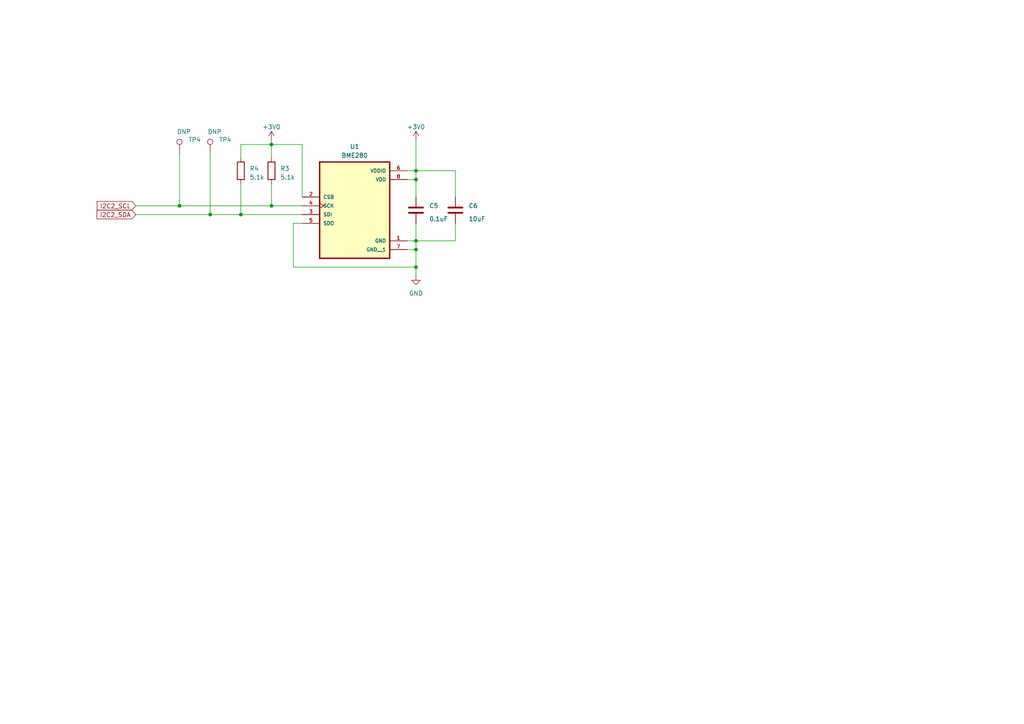
<source format=kicad_sch>
(kicad_sch (version 20230121) (generator eeschema)
  (paper "A4")
  (title_block (title "Smart Home Monitoring System") (date "2025-05-13") (rev "1.00") (comment 1 "Gaurang Solanki") (comment 2 "Designed by"))
  (lib_symbols
    (symbol "Connector:TestPoint" (pin_numbers hide) (pin_names (offset 0.762) hide)
      (property "Reference" "TP" (at 0 6.858 0))
      (property "Value" "TestPoint" (at 0 5.08 0))
      (symbol "TestPoint_0_1"
        (circle (center 0 3.302) (radius 0.762))
      )
      (symbol "TestPoint_1_1"
        (pin passive line (at 0 0 90) (length 2.54) (name "1") (number "1"))
      )
    )
    (symbol "Device:C" (pin_numbers hide) (pin_names (offset 0.254))
      (property "Reference" "C" (at 0.635 2.54 0))
      (property "Value" "C" (at 0.635 -2.54 0))
      (symbol "C_0_1"
        (polyline (pts (xy -2.032 -0.762) (xy 2.032 -0.762)) (stroke (width 0.508)))
        (polyline (pts (xy -2.032 0.762) (xy 2.032 0.762)) (stroke (width 0.508)))
      )
      (symbol "C_1_1"
        (pin passive line (at 0 3.81 270) (length 2.794) (name "~") (number "1"))
        (pin passive line (at 0 -3.81 90) (length 2.794) (name "~") (number "2"))
      )
    )
    (symbol "Device:R" (pin_numbers hide) (pin_names (offset 0))
      (property "Reference" "R" (at 2.032 0 90))
      (property "Value" "R" (at 0 0 90))
      (symbol "R_0_1"
        (rectangle (start -1.016 -2.54) (end 1.016 2.54) (stroke (width 0.254)))
      )
      (symbol "R_1_1"
        (pin passive line (at 0 3.81 270) (length 1.27) (name "~") (number "1"))
        (pin passive line (at 0 -3.81 90) (length 1.27) (name "~") (number "2"))
      )
    )
    (symbol "GS_Connector:BME280" (pin_names (offset 1.016))
      (property "Reference" "U" (at -10.1662 13.3431 0))
      (property "Value" "BME280" (at -10.1683 -17.7924 0))
      (symbol "BME280_0_0"
        (rectangle (start -10.16 -15.24) (end 10.16 12.7) (stroke (width 0.4064)) (fill (type background)))
        (pin power_in line (at 15.24 -10.16 180) (length 5.08) (name "GND") (number "1"))
        (pin input line (at -15.24 2.54 0) (length 5.08) (name "CSB") (number "2"))
        (pin bidirectional line (at -15.24 -2.54 0) (length 5.08) (name "SDI") (number "3"))
        (pin input clock (at -15.24 0 0) (length 5.08) (name "SCK") (number "4"))
        (pin bidirectional line (at -15.24 -5.08 0) (length 5.08) (name "SDO") (number "5"))
        (pin power_in line (at 15.24 10.16 180) (length 5.08) (name "VDDIO") (number "6"))
        (pin power_in line (at 15.24 -12.7 180) (length 5.08) (name "GND__1") (number "7"))
        (pin power_in line (at 15.24 7.62 180) (length 5.08) (name "VDD") (number "8"))
      )
    )
    (symbol "power:+3V0" (power) (pin_names (offset 0))
      (property "Value" "+3V0" (at 0 3.556 0))
      (symbol "+3V0_0_1"
        (polyline (pts (xy -0.762 1.27) (xy 0 2.54)))
        (polyline (pts (xy 0 0) (xy 0 2.54)))
        (polyline (pts (xy 0 2.54) (xy 0.762 1.27)))
      )
      (symbol "+3V0_1_1"
        (pin power_in line (at 0 0 90) (length 0) hide (name "+3V0") (number "1"))
      )
    )
    (symbol "power:GND" (power) (pin_names (offset 0))
      (property "Value" "GND" (at 0 -3.81 0))
      (symbol "GND_0_1"
        (polyline (pts (xy 0 0) (xy 0 -1.27) (xy 1.27 -1.27) (xy 0 -2.54) (xy -1.27 -1.27) (xy 0 -1.27)))
      )
      (symbol "GND_1_1"
        (pin power_in line (at 0 0 270) (length 0) hide (name "GND") (number "1"))
      )
    )
  )
  (junction (at 69.85 62.23))
  (junction (at 52.07 59.69))
  (junction (at 60.96 62.23))
  (junction (at 120.65 49.53))
  (junction (at 120.65 52.07))
  (junction (at 120.65 72.39))
  (junction (at 78.74 41.91))
  (junction (at 120.65 77.47))
  (junction (at 78.74 59.69))
  (junction (at 120.65 69.85))
  (wire (pts (xy 118.11 52.07) (xy 120.65 52.07)))
  (wire (pts (xy 120.65 49.53) (xy 118.11 49.53)))
  (wire (pts (xy 78.74 41.91) (xy 78.74 45.72)))
  (wire (pts (xy 87.63 64.77) (xy 85.09 64.77)))
  (wire (pts (xy 69.85 41.91) (xy 78.74 41.91)))
  (wire (pts (xy 39.37 59.69) (xy 52.07 59.69)))
  (wire (pts (xy 52.07 59.69) (xy 78.74 59.69)))
  (wire (pts (xy 132.08 49.53) (xy 120.65 49.53)))
  (wire (pts (xy 78.74 40.64) (xy 78.74 41.91)))
  (wire (pts (xy 120.65 69.85) (xy 120.65 72.39)))
  (wire (pts (xy 85.09 64.77) (xy 85.09 77.47)))
  (wire (pts (xy 69.85 53.34) (xy 69.85 62.23)))
  (wire (pts (xy 132.08 64.77) (xy 132.08 69.85)))
  (wire (pts (xy 120.65 40.64) (xy 120.65 49.53)))
  (wire (pts (xy 39.37 62.23) (xy 60.96 62.23)))
  (wire (pts (xy 132.08 57.15) (xy 132.08 49.53)))
  (wire (pts (xy 78.74 59.69) (xy 78.74 53.34)))
  (wire (pts (xy 85.09 77.47) (xy 120.65 77.47)))
  (wire (pts (xy 52.07 44.45) (xy 52.07 59.69)))
  (wire (pts (xy 60.96 62.23) (xy 69.85 62.23)))
  (wire (pts (xy 120.65 72.39) (xy 120.65 77.47)))
  (wire (pts (xy 87.63 59.69) (xy 78.74 59.69)))
  (wire (pts (xy 87.63 41.91) (xy 78.74 41.91)))
  (wire (pts (xy 120.65 64.77) (xy 120.65 69.85)))
  (wire (pts (xy 118.11 72.39) (xy 120.65 72.39)))
  (wire (pts (xy 132.08 69.85) (xy 120.65 69.85)))
  (wire (pts (xy 60.96 44.45) (xy 60.96 62.23)))
  (wire (pts (xy 120.65 52.07) (xy 120.65 57.15)))
  (wire (pts (xy 69.85 62.23) (xy 87.63 62.23)))
  (wire (pts (xy 120.65 77.47) (xy 120.65 80.01)))
  (wire (pts (xy 118.11 69.85) (xy 120.65 69.85)))
  (wire (pts (xy 120.65 52.07) (xy 120.65 49.53)))
  (wire (pts (xy 87.63 57.15) (xy 87.63 41.91)))
  (wire (pts (xy 69.85 45.72) (xy 69.85 41.91)))
  (global_label "I2C2_SCL" (shape input) (at 39.37 59.69 180) (property "Intersheetrefs" "${INTERSHEET_REFS}" (effects hide)))
  (global_label "I2C2_SDA" (shape input) (at 39.37 62.23 180) (property "Intersheetrefs" "${INTERSHEET_REFS}" (effects hide)))
  (symbol (lib_id "power:GND") (at 120.65 80.01 0) (unit 1)
    (property "Reference" "#PWR017" (effects hide))
    (property "Value" "GND" (at 120.65 85.09 0))
    (instances (project "SHM_V2.0" (path "" (reference "#PWR017") (unit 1)) (path "" (reference "#PWR020") (unit 1))))
  )
  (symbol (lib_id "power:+3V0") (at 78.74 40.64 0) (unit 1)
    (property "Reference" "#PWR04" (effects hide))
    (property "Value" "+3V0" (at 78.74 36.83 0))
    (instances (project "SHM_V2.0" (path "" (reference "#PWR04") (unit 1)) (path "" (reference "#PWR016") (unit 1))))
  )
  (symbol (lib_id "Connector:TestPoint") (at 60.96 44.45 0) (unit 1)
    (property "Reference" "TP4" (at 63.5 40.513 0) (effects (justify left)))
    (property "Value" "DNP" (at 60.198 38.227 0) (effects (justify left)))
    (property "Footprint" "GS_other:TestPoint_Pad_D1.0mm" (effects hide))
    (property "Part Number" "DNP" (effects hide))
    (instances (project "AAVAA_V5.7" (path "" (reference "TP4") (unit 1)) (path "" (reference "TP12") (unit 1))) (project "SHM_V2.0" (path "" (reference "TP1") (unit 1)) (path "" (reference "TP8") (unit 1))))
  )
  (symbol (lib_id "Device:R") (at 69.85 49.53 180) (unit 1)
    (property "Reference" "R4" (at 72.39 48.895 0) (effects (justify right)))
    (property "Value" "5.1k" (at 72.39 51.435 0) (effects (justify right)))
    (property "Footprint" "GS_other:R_0402_1005Metric_Pad0.72x0.64mm_HandSolder" (effects hide))
    (property "Datasheet" "https://www.digikey.ca/en/products/detail/yageo/RC0402FR-075K1L/726624" (effects hide))
    (property "Manufacturer" "YAGEO" (effects hide))
    (property "Part Number" "RC0402FR-075K1L" (effects hide))
    (property "Price" "0.00960" (effects hide))
    (instances (project "SHM_V2.0" (path "" (reference "R4") (unit 1)) (path "" (reference "R3") (unit 1))))
  )
  (symbol (lib_id "Connector:TestPoint") (at 52.07 44.45 0) (unit 1)
    (property "Reference" "TP4" (at 54.61 40.513 0) (effects (justify left)))
    (property "Value" "DNP" (at 51.308 38.227 0) (effects (justify left)))
    (property "Footprint" "GS_other:TestPoint_Pad_D1.0mm" (effects hide))
    (property "Part Number" "DNP" (effects hide))
    (instances (project "AAVAA_V5.7" (path "" (reference "TP4") (unit 1)) (path "" (reference "TP12") (unit 1))) (project "SHM_V2.0" (path "" (reference "TP1") (unit 1)) (path "" (reference "TP9") (unit 1))))
  )
  (symbol (lib_id "Device:C") (at 120.65 60.96 0) (unit 1)
    (property "Reference" "C5" (at 124.46 59.69 0) (effects (justify left)))
    (property "Value" "0.1uF" (at 124.46 63.5 0) (effects (justify left)))
    (property "Footprint" "GS_other:R_0402_1005Metric_Pad0.72x0.64mm_HandSolder" (effects hide))
    (property "Datasheet" "https://www.digikey.ca/en/products/detail/samsung-electro-mechanics/CL05B104KP5NNNC/3886660" (effects hide))
    (property "Manufacturer" "Samsung Electro-Mechanics" (effects hide))
    (property "Part Number" "CL05B104KP5NNNC" (effects hide))
    (property "Price" "0.00530" (effects hide))
  )
  (symbol (lib_id "GS_Connector:BME280") (at 102.87 59.69 0) (unit 1)
    (property "Reference" "U1" (at 102.87 42.545 0))
    (property "Value" "BME280" (at 102.87 45.085 0))
    (property "Footprint" "GS_ICs:PSON65P250X250X100-8N" (effects hide))
    (property "Datasheet" "https://www.digikey.ca/en/products/detail/bosch-sensortec/BME280/6136306" (effects hide))
    (property "Manufacturer" "Bosch Sensortec" (effects hide))
    (property "Part Number" "BME280" (effects hide))
    (property "Price" "4.76490" (effects hide))
  )
  (symbol (lib_id "Device:R") (at 78.74 49.53 180) (unit 1)
    (property "Reference" "R3" (at 81.28 48.895 0) (effects (justify right)))
    (property "Value" "5.1k" (at 81.28 51.435 0) (effects (justify right)))
    (property "Footprint" "GS_other:R_0402_1005Metric_Pad0.72x0.64mm_HandSolder" (effects hide))
    (property "Datasheet" "https://www.digikey.ca/en/products/detail/yageo/RC0402FR-075K1L/726624" (effects hide))
    (property "Manufacturer" "YAGEO" (effects hide))
    (property "Part Number" "RC0402FR-075K1L" (effects hide))
    (property "Price" "0.00960" (effects hide))
    (instances (project "SHM_V2.0" (path "" (reference "R3") (unit 1)) (path "" (reference "R4") (unit 1))))
  )
  (symbol (lib_id "power:+3V0") (at 120.65 40.64 0) (unit 1)
    (property "Reference" "#PWR04" (effects hide))
    (property "Value" "+3V0" (at 120.65 36.83 0))
    (instances (project "SHM_V2.0" (path "" (reference "#PWR04") (unit 1)) (path "" (reference "#PWR017") (unit 1))))
  )
  (symbol (lib_id "Device:C") (at 132.08 60.96 0) (unit 1)
    (property "Reference" "C6" (at 135.89 59.69 0) (effects (justify left)))
    (property "Value" "10uF" (at 135.89 63.5 0) (effects (justify left)))
    (property "Footprint" "GS_other:R_0402_1005Metric_Pad0.72x0.64mm_HandSolder" (effects hide))
    (property "Datasheet" "https://www.digikey.ca/en/products/detail/murata-electronics/GRM155R61A106ME11D/12091056" (effects hide))
    (property "Manufacturer" "Murata Electronics" (effects hide))
    (property "Part Number" "GRM155R61A106ME11D" (effects hide))
    (property "Price" "0.03650" (effects hide))
  )
)
</source>
